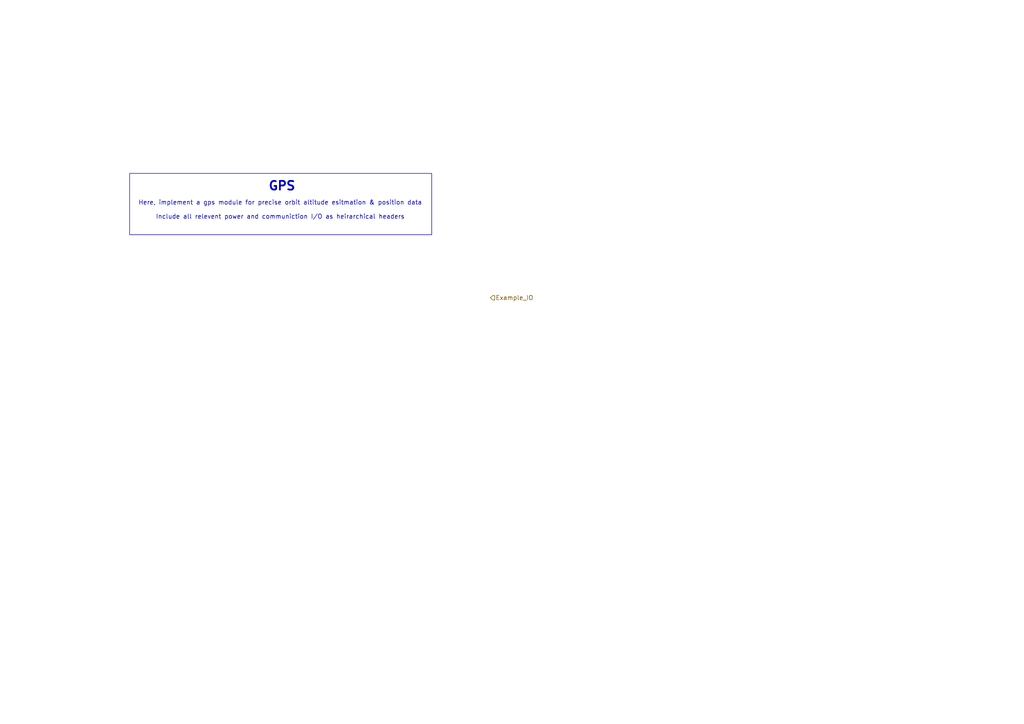
<source format=kicad_sch>
(kicad_sch
	(version 20231120)
	(generator "eeschema")
	(generator_version "8.0")
	(uuid "1a36b812-3006-4acb-95e9-93db23056b50")
	(paper "A4")
	(lib_symbols)
	(rectangle
		(start 37.592 50.292)
		(end 125.222 68.072)
		(stroke
			(width 0)
			(type default)
		)
		(fill
			(type none)
		)
		(uuid 4d0dfa2c-69d5-42aa-98bf-f9739e605142)
	)
	(text "Here, implement a gps module for precise orbit altitude esitmation & position data\n\nInclude all relevent power and communiction I/O as heirarchical headers"
		(exclude_from_sim no)
		(at 81.28 60.96 0)
		(effects
			(font
				(size 1.27 1.27)
			)
		)
		(uuid "25cfe582-ab8c-442c-bbb8-828a5ae9b83a")
	)
	(text "GPS"
		(exclude_from_sim no)
		(at 81.788 54.102 0)
		(effects
			(font
				(size 2.54 2.54)
				(thickness 0.508)
				(bold yes)
			)
		)
		(uuid "84b900bb-36a4-4460-9338-f2fa00b2bc09")
	)
	(hierarchical_label "Example_IO"
		(shape input)
		(at 142.24 86.36 0)
		(fields_autoplaced yes)
		(effects
			(font
				(size 1.27 1.27)
			)
			(justify left)
		)
		(uuid "f91e239e-a293-4ee1-bacf-9a4b86cf8d55")
	)
)

</source>
